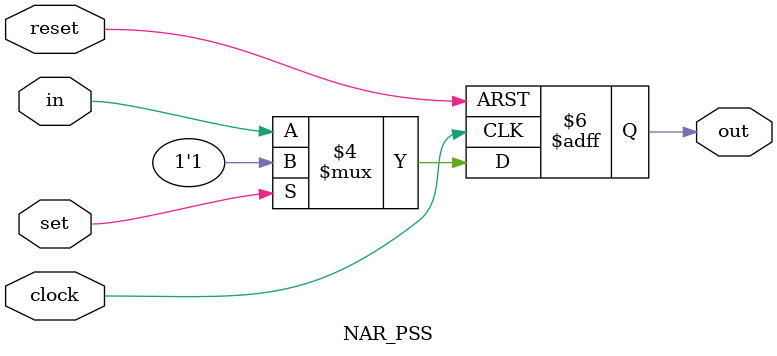
<source format=v>
module NAR_PSS (input wire clock, reset, set, in, output reg out);
  always@(posedge clock or negedge reset)begin
    if(!reset)
      out <= 1'b0;
    else if(set)
      out <= 1'b1;
    else
      out <= in;
  end
endmodule



</source>
